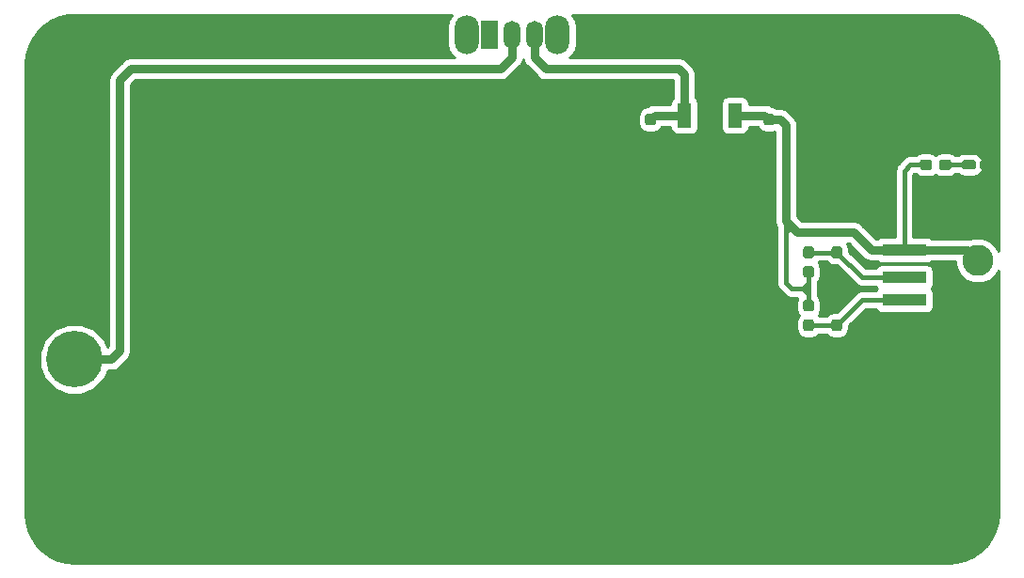
<source format=gbr>
G04 #@! TF.GenerationSoftware,KiCad,Pcbnew,(5.0.2)-1*
G04 #@! TF.CreationDate,2019-07-27T15:32:46-05:00*
G04 #@! TF.ProjectId,BusinessCards,42757369-6e65-4737-9343-617264732e6b,rev?*
G04 #@! TF.SameCoordinates,Original*
G04 #@! TF.FileFunction,Copper,L2,Bot*
G04 #@! TF.FilePolarity,Positive*
%FSLAX46Y46*%
G04 Gerber Fmt 4.6, Leading zero omitted, Abs format (unit mm)*
G04 Created by KiCad (PCBNEW (5.0.2)-1) date 7/27/2019 3:32:46 PM*
%MOMM*%
%LPD*%
G01*
G04 APERTURE LIST*
G04 #@! TA.AperFunction,ComponentPad*
%ADD10C,2.800000*%
G04 #@! TD*
G04 #@! TA.AperFunction,ComponentPad*
%ADD11C,5.080000*%
G04 #@! TD*
G04 #@! TA.AperFunction,Conductor*
%ADD12C,0.100000*%
G04 #@! TD*
G04 #@! TA.AperFunction,SMDPad,CuDef*
%ADD13C,0.950000*%
G04 #@! TD*
G04 #@! TA.AperFunction,SMDPad,CuDef*
%ADD14C,0.850000*%
G04 #@! TD*
G04 #@! TA.AperFunction,ComponentPad*
%ADD15C,4.000000*%
G04 #@! TD*
G04 #@! TA.AperFunction,SMDPad,CuDef*
%ADD16R,4.000000X1.120000*%
G04 #@! TD*
G04 #@! TA.AperFunction,ComponentPad*
%ADD17O,2.200000X3.500000*%
G04 #@! TD*
G04 #@! TA.AperFunction,ComponentPad*
%ADD18O,1.500000X2.500000*%
G04 #@! TD*
G04 #@! TA.AperFunction,ComponentPad*
%ADD19R,1.500000X2.500000*%
G04 #@! TD*
G04 #@! TA.AperFunction,SMDPad,CuDef*
%ADD20R,5.800000X6.400000*%
G04 #@! TD*
G04 #@! TA.AperFunction,SMDPad,CuDef*
%ADD21R,1.200000X2.200000*%
G04 #@! TD*
G04 #@! TA.AperFunction,ViaPad*
%ADD22C,0.800000*%
G04 #@! TD*
G04 #@! TA.AperFunction,Conductor*
%ADD23C,0.762000*%
G04 #@! TD*
G04 #@! TA.AperFunction,Conductor*
%ADD24C,0.381000*%
G04 #@! TD*
G04 #@! TA.AperFunction,Conductor*
%ADD25C,0.254000*%
G04 #@! TD*
G04 APERTURE END LIST*
D10*
G04 #@! TO.P,REF\002A\002A,1*
G04 #@! TO.N,GND*
X187960000Y-78740000D03*
G04 #@! TD*
D11*
G04 #@! TO.P,BT1,1*
G04 #@! TO.N,+9V*
X106680000Y-82550000D03*
G04 #@! TO.P,BT1,2*
G04 #@! TO.N,GND*
X106680000Y-69850000D03*
G04 #@! TD*
D12*
G04 #@! TO.N,GND*
G04 #@! TO.C,C1*
G36*
X158756779Y-62186144D02*
X158779834Y-62189563D01*
X158802443Y-62195227D01*
X158824387Y-62203079D01*
X158845457Y-62213044D01*
X158865448Y-62225026D01*
X158884168Y-62238910D01*
X158901438Y-62254562D01*
X158917090Y-62271832D01*
X158930974Y-62290552D01*
X158942956Y-62310543D01*
X158952921Y-62331613D01*
X158960773Y-62353557D01*
X158966437Y-62376166D01*
X158969856Y-62399221D01*
X158971000Y-62422500D01*
X158971000Y-62997500D01*
X158969856Y-63020779D01*
X158966437Y-63043834D01*
X158960773Y-63066443D01*
X158952921Y-63088387D01*
X158942956Y-63109457D01*
X158930974Y-63129448D01*
X158917090Y-63148168D01*
X158901438Y-63165438D01*
X158884168Y-63181090D01*
X158865448Y-63194974D01*
X158845457Y-63206956D01*
X158824387Y-63216921D01*
X158802443Y-63224773D01*
X158779834Y-63230437D01*
X158756779Y-63233856D01*
X158733500Y-63235000D01*
X158258500Y-63235000D01*
X158235221Y-63233856D01*
X158212166Y-63230437D01*
X158189557Y-63224773D01*
X158167613Y-63216921D01*
X158146543Y-63206956D01*
X158126552Y-63194974D01*
X158107832Y-63181090D01*
X158090562Y-63165438D01*
X158074910Y-63148168D01*
X158061026Y-63129448D01*
X158049044Y-63109457D01*
X158039079Y-63088387D01*
X158031227Y-63066443D01*
X158025563Y-63043834D01*
X158022144Y-63020779D01*
X158021000Y-62997500D01*
X158021000Y-62422500D01*
X158022144Y-62399221D01*
X158025563Y-62376166D01*
X158031227Y-62353557D01*
X158039079Y-62331613D01*
X158049044Y-62310543D01*
X158061026Y-62290552D01*
X158074910Y-62271832D01*
X158090562Y-62254562D01*
X158107832Y-62238910D01*
X158126552Y-62225026D01*
X158146543Y-62213044D01*
X158167613Y-62203079D01*
X158189557Y-62195227D01*
X158212166Y-62189563D01*
X158235221Y-62186144D01*
X158258500Y-62185000D01*
X158733500Y-62185000D01*
X158756779Y-62186144D01*
X158756779Y-62186144D01*
G37*
D13*
G04 #@! TD*
G04 #@! TO.P,C1,2*
G04 #@! TO.N,GND*
X158496000Y-62710000D03*
D12*
G04 #@! TO.N,Net-(C1-Pad1)*
G04 #@! TO.C,C1*
G36*
X158756779Y-60436144D02*
X158779834Y-60439563D01*
X158802443Y-60445227D01*
X158824387Y-60453079D01*
X158845457Y-60463044D01*
X158865448Y-60475026D01*
X158884168Y-60488910D01*
X158901438Y-60504562D01*
X158917090Y-60521832D01*
X158930974Y-60540552D01*
X158942956Y-60560543D01*
X158952921Y-60581613D01*
X158960773Y-60603557D01*
X158966437Y-60626166D01*
X158969856Y-60649221D01*
X158971000Y-60672500D01*
X158971000Y-61247500D01*
X158969856Y-61270779D01*
X158966437Y-61293834D01*
X158960773Y-61316443D01*
X158952921Y-61338387D01*
X158942956Y-61359457D01*
X158930974Y-61379448D01*
X158917090Y-61398168D01*
X158901438Y-61415438D01*
X158884168Y-61431090D01*
X158865448Y-61444974D01*
X158845457Y-61456956D01*
X158824387Y-61466921D01*
X158802443Y-61474773D01*
X158779834Y-61480437D01*
X158756779Y-61483856D01*
X158733500Y-61485000D01*
X158258500Y-61485000D01*
X158235221Y-61483856D01*
X158212166Y-61480437D01*
X158189557Y-61474773D01*
X158167613Y-61466921D01*
X158146543Y-61456956D01*
X158126552Y-61444974D01*
X158107832Y-61431090D01*
X158090562Y-61415438D01*
X158074910Y-61398168D01*
X158061026Y-61379448D01*
X158049044Y-61359457D01*
X158039079Y-61338387D01*
X158031227Y-61316443D01*
X158025563Y-61293834D01*
X158022144Y-61270779D01*
X158021000Y-61247500D01*
X158021000Y-60672500D01*
X158022144Y-60649221D01*
X158025563Y-60626166D01*
X158031227Y-60603557D01*
X158039079Y-60581613D01*
X158049044Y-60560543D01*
X158061026Y-60540552D01*
X158074910Y-60521832D01*
X158090562Y-60504562D01*
X158107832Y-60488910D01*
X158126552Y-60475026D01*
X158146543Y-60463044D01*
X158167613Y-60453079D01*
X158189557Y-60445227D01*
X158212166Y-60439563D01*
X158235221Y-60436144D01*
X158258500Y-60435000D01*
X158733500Y-60435000D01*
X158756779Y-60436144D01*
X158756779Y-60436144D01*
G37*
D13*
G04 #@! TD*
G04 #@! TO.P,C1,1*
G04 #@! TO.N,Net-(C1-Pad1)*
X158496000Y-60960000D03*
D12*
G04 #@! TO.N,+5V*
G04 #@! TO.C,C2*
G36*
X169424779Y-60436144D02*
X169447834Y-60439563D01*
X169470443Y-60445227D01*
X169492387Y-60453079D01*
X169513457Y-60463044D01*
X169533448Y-60475026D01*
X169552168Y-60488910D01*
X169569438Y-60504562D01*
X169585090Y-60521832D01*
X169598974Y-60540552D01*
X169610956Y-60560543D01*
X169620921Y-60581613D01*
X169628773Y-60603557D01*
X169634437Y-60626166D01*
X169637856Y-60649221D01*
X169639000Y-60672500D01*
X169639000Y-61247500D01*
X169637856Y-61270779D01*
X169634437Y-61293834D01*
X169628773Y-61316443D01*
X169620921Y-61338387D01*
X169610956Y-61359457D01*
X169598974Y-61379448D01*
X169585090Y-61398168D01*
X169569438Y-61415438D01*
X169552168Y-61431090D01*
X169533448Y-61444974D01*
X169513457Y-61456956D01*
X169492387Y-61466921D01*
X169470443Y-61474773D01*
X169447834Y-61480437D01*
X169424779Y-61483856D01*
X169401500Y-61485000D01*
X168926500Y-61485000D01*
X168903221Y-61483856D01*
X168880166Y-61480437D01*
X168857557Y-61474773D01*
X168835613Y-61466921D01*
X168814543Y-61456956D01*
X168794552Y-61444974D01*
X168775832Y-61431090D01*
X168758562Y-61415438D01*
X168742910Y-61398168D01*
X168729026Y-61379448D01*
X168717044Y-61359457D01*
X168707079Y-61338387D01*
X168699227Y-61316443D01*
X168693563Y-61293834D01*
X168690144Y-61270779D01*
X168689000Y-61247500D01*
X168689000Y-60672500D01*
X168690144Y-60649221D01*
X168693563Y-60626166D01*
X168699227Y-60603557D01*
X168707079Y-60581613D01*
X168717044Y-60560543D01*
X168729026Y-60540552D01*
X168742910Y-60521832D01*
X168758562Y-60504562D01*
X168775832Y-60488910D01*
X168794552Y-60475026D01*
X168814543Y-60463044D01*
X168835613Y-60453079D01*
X168857557Y-60445227D01*
X168880166Y-60439563D01*
X168903221Y-60436144D01*
X168926500Y-60435000D01*
X169401500Y-60435000D01*
X169424779Y-60436144D01*
X169424779Y-60436144D01*
G37*
D13*
G04 #@! TD*
G04 #@! TO.P,C2,1*
G04 #@! TO.N,+5V*
X169164000Y-60960000D03*
D12*
G04 #@! TO.N,GND*
G04 #@! TO.C,C2*
G36*
X169424779Y-62186144D02*
X169447834Y-62189563D01*
X169470443Y-62195227D01*
X169492387Y-62203079D01*
X169513457Y-62213044D01*
X169533448Y-62225026D01*
X169552168Y-62238910D01*
X169569438Y-62254562D01*
X169585090Y-62271832D01*
X169598974Y-62290552D01*
X169610956Y-62310543D01*
X169620921Y-62331613D01*
X169628773Y-62353557D01*
X169634437Y-62376166D01*
X169637856Y-62399221D01*
X169639000Y-62422500D01*
X169639000Y-62997500D01*
X169637856Y-63020779D01*
X169634437Y-63043834D01*
X169628773Y-63066443D01*
X169620921Y-63088387D01*
X169610956Y-63109457D01*
X169598974Y-63129448D01*
X169585090Y-63148168D01*
X169569438Y-63165438D01*
X169552168Y-63181090D01*
X169533448Y-63194974D01*
X169513457Y-63206956D01*
X169492387Y-63216921D01*
X169470443Y-63224773D01*
X169447834Y-63230437D01*
X169424779Y-63233856D01*
X169401500Y-63235000D01*
X168926500Y-63235000D01*
X168903221Y-63233856D01*
X168880166Y-63230437D01*
X168857557Y-63224773D01*
X168835613Y-63216921D01*
X168814543Y-63206956D01*
X168794552Y-63194974D01*
X168775832Y-63181090D01*
X168758562Y-63165438D01*
X168742910Y-63148168D01*
X168729026Y-63129448D01*
X168717044Y-63109457D01*
X168707079Y-63088387D01*
X168699227Y-63066443D01*
X168693563Y-63043834D01*
X168690144Y-63020779D01*
X168689000Y-62997500D01*
X168689000Y-62422500D01*
X168690144Y-62399221D01*
X168693563Y-62376166D01*
X168699227Y-62353557D01*
X168707079Y-62331613D01*
X168717044Y-62310543D01*
X168729026Y-62290552D01*
X168742910Y-62271832D01*
X168758562Y-62254562D01*
X168775832Y-62238910D01*
X168794552Y-62225026D01*
X168814543Y-62213044D01*
X168835613Y-62203079D01*
X168857557Y-62195227D01*
X168880166Y-62189563D01*
X168903221Y-62186144D01*
X168926500Y-62185000D01*
X169401500Y-62185000D01*
X169424779Y-62186144D01*
X169424779Y-62186144D01*
G37*
D13*
G04 #@! TD*
G04 #@! TO.P,C2,2*
G04 #@! TO.N,GND*
X169164000Y-62710000D03*
D12*
G04 #@! TO.N,Net-(D1-Pad2)*
G04 #@! TO.C,D1*
G36*
X187568329Y-64600023D02*
X187588957Y-64603083D01*
X187609185Y-64608150D01*
X187628820Y-64615176D01*
X187647672Y-64624092D01*
X187665559Y-64634813D01*
X187682309Y-64647235D01*
X187697760Y-64661240D01*
X187711765Y-64676691D01*
X187724187Y-64693441D01*
X187734908Y-64711328D01*
X187743824Y-64730180D01*
X187750850Y-64749815D01*
X187755917Y-64770043D01*
X187758977Y-64790671D01*
X187760000Y-64811500D01*
X187760000Y-65236500D01*
X187758977Y-65257329D01*
X187755917Y-65277957D01*
X187750850Y-65298185D01*
X187743824Y-65317820D01*
X187734908Y-65336672D01*
X187724187Y-65354559D01*
X187711765Y-65371309D01*
X187697760Y-65386760D01*
X187682309Y-65400765D01*
X187665559Y-65413187D01*
X187647672Y-65423908D01*
X187628820Y-65432824D01*
X187609185Y-65439850D01*
X187588957Y-65444917D01*
X187568329Y-65447977D01*
X187547500Y-65449000D01*
X186747500Y-65449000D01*
X186726671Y-65447977D01*
X186706043Y-65444917D01*
X186685815Y-65439850D01*
X186666180Y-65432824D01*
X186647328Y-65423908D01*
X186629441Y-65413187D01*
X186612691Y-65400765D01*
X186597240Y-65386760D01*
X186583235Y-65371309D01*
X186570813Y-65354559D01*
X186560092Y-65336672D01*
X186551176Y-65317820D01*
X186544150Y-65298185D01*
X186539083Y-65277957D01*
X186536023Y-65257329D01*
X186535000Y-65236500D01*
X186535000Y-64811500D01*
X186536023Y-64790671D01*
X186539083Y-64770043D01*
X186544150Y-64749815D01*
X186551176Y-64730180D01*
X186560092Y-64711328D01*
X186570813Y-64693441D01*
X186583235Y-64676691D01*
X186597240Y-64661240D01*
X186612691Y-64647235D01*
X186629441Y-64634813D01*
X186647328Y-64624092D01*
X186666180Y-64615176D01*
X186685815Y-64608150D01*
X186706043Y-64603083D01*
X186726671Y-64600023D01*
X186747500Y-64599000D01*
X187547500Y-64599000D01*
X187568329Y-64600023D01*
X187568329Y-64600023D01*
G37*
D14*
G04 #@! TD*
G04 #@! TO.P,D1,2*
G04 #@! TO.N,Net-(D1-Pad2)*
X187147500Y-65024000D03*
D12*
G04 #@! TO.N,GND*
G04 #@! TO.C,D1*
G36*
X189193329Y-64600023D02*
X189213957Y-64603083D01*
X189234185Y-64608150D01*
X189253820Y-64615176D01*
X189272672Y-64624092D01*
X189290559Y-64634813D01*
X189307309Y-64647235D01*
X189322760Y-64661240D01*
X189336765Y-64676691D01*
X189349187Y-64693441D01*
X189359908Y-64711328D01*
X189368824Y-64730180D01*
X189375850Y-64749815D01*
X189380917Y-64770043D01*
X189383977Y-64790671D01*
X189385000Y-64811500D01*
X189385000Y-65236500D01*
X189383977Y-65257329D01*
X189380917Y-65277957D01*
X189375850Y-65298185D01*
X189368824Y-65317820D01*
X189359908Y-65336672D01*
X189349187Y-65354559D01*
X189336765Y-65371309D01*
X189322760Y-65386760D01*
X189307309Y-65400765D01*
X189290559Y-65413187D01*
X189272672Y-65423908D01*
X189253820Y-65432824D01*
X189234185Y-65439850D01*
X189213957Y-65444917D01*
X189193329Y-65447977D01*
X189172500Y-65449000D01*
X188372500Y-65449000D01*
X188351671Y-65447977D01*
X188331043Y-65444917D01*
X188310815Y-65439850D01*
X188291180Y-65432824D01*
X188272328Y-65423908D01*
X188254441Y-65413187D01*
X188237691Y-65400765D01*
X188222240Y-65386760D01*
X188208235Y-65371309D01*
X188195813Y-65354559D01*
X188185092Y-65336672D01*
X188176176Y-65317820D01*
X188169150Y-65298185D01*
X188164083Y-65277957D01*
X188161023Y-65257329D01*
X188160000Y-65236500D01*
X188160000Y-64811500D01*
X188161023Y-64790671D01*
X188164083Y-64770043D01*
X188169150Y-64749815D01*
X188176176Y-64730180D01*
X188185092Y-64711328D01*
X188195813Y-64693441D01*
X188208235Y-64676691D01*
X188222240Y-64661240D01*
X188237691Y-64647235D01*
X188254441Y-64634813D01*
X188272328Y-64624092D01*
X188291180Y-64615176D01*
X188310815Y-64608150D01*
X188331043Y-64603083D01*
X188351671Y-64600023D01*
X188372500Y-64599000D01*
X189172500Y-64599000D01*
X189193329Y-64600023D01*
X189193329Y-64600023D01*
G37*
D14*
G04 #@! TD*
G04 #@! TO.P,D1,1*
G04 #@! TO.N,GND*
X188772500Y-65024000D03*
D15*
G04 #@! TO.P,Conn1,5*
G04 #@! TO.N,GND*
X185420000Y-69630000D03*
X185420000Y-82770000D03*
D16*
G04 #@! TO.P,Conn1,3*
G04 #@! TO.N,Net-(Conn1-Pad3)*
X181332000Y-77200000D03*
G04 #@! TO.P,Conn1,2*
G04 #@! TO.N,Net-(Conn1-Pad2)*
X181332000Y-75184000D03*
G04 #@! TO.P,Conn1,1*
G04 #@! TO.N,+5V*
X181332000Y-72700000D03*
G04 #@! TO.P,Conn1,4*
G04 #@! TO.N,GND*
X181332000Y-79700000D03*
G04 #@! TD*
D12*
G04 #@! TO.N,Net-(D1-Pad2)*
G04 #@! TO.C,R1*
G36*
X185335779Y-64550144D02*
X185358834Y-64553563D01*
X185381443Y-64559227D01*
X185403387Y-64567079D01*
X185424457Y-64577044D01*
X185444448Y-64589026D01*
X185463168Y-64602910D01*
X185480438Y-64618562D01*
X185496090Y-64635832D01*
X185509974Y-64654552D01*
X185521956Y-64674543D01*
X185531921Y-64695613D01*
X185539773Y-64717557D01*
X185545437Y-64740166D01*
X185548856Y-64763221D01*
X185550000Y-64786500D01*
X185550000Y-65261500D01*
X185548856Y-65284779D01*
X185545437Y-65307834D01*
X185539773Y-65330443D01*
X185531921Y-65352387D01*
X185521956Y-65373457D01*
X185509974Y-65393448D01*
X185496090Y-65412168D01*
X185480438Y-65429438D01*
X185463168Y-65445090D01*
X185444448Y-65458974D01*
X185424457Y-65470956D01*
X185403387Y-65480921D01*
X185381443Y-65488773D01*
X185358834Y-65494437D01*
X185335779Y-65497856D01*
X185312500Y-65499000D01*
X184737500Y-65499000D01*
X184714221Y-65497856D01*
X184691166Y-65494437D01*
X184668557Y-65488773D01*
X184646613Y-65480921D01*
X184625543Y-65470956D01*
X184605552Y-65458974D01*
X184586832Y-65445090D01*
X184569562Y-65429438D01*
X184553910Y-65412168D01*
X184540026Y-65393448D01*
X184528044Y-65373457D01*
X184518079Y-65352387D01*
X184510227Y-65330443D01*
X184504563Y-65307834D01*
X184501144Y-65284779D01*
X184500000Y-65261500D01*
X184500000Y-64786500D01*
X184501144Y-64763221D01*
X184504563Y-64740166D01*
X184510227Y-64717557D01*
X184518079Y-64695613D01*
X184528044Y-64674543D01*
X184540026Y-64654552D01*
X184553910Y-64635832D01*
X184569562Y-64618562D01*
X184586832Y-64602910D01*
X184605552Y-64589026D01*
X184625543Y-64577044D01*
X184646613Y-64567079D01*
X184668557Y-64559227D01*
X184691166Y-64553563D01*
X184714221Y-64550144D01*
X184737500Y-64549000D01*
X185312500Y-64549000D01*
X185335779Y-64550144D01*
X185335779Y-64550144D01*
G37*
D13*
G04 #@! TD*
G04 #@! TO.P,R1,2*
G04 #@! TO.N,Net-(D1-Pad2)*
X185025000Y-65024000D03*
D12*
G04 #@! TO.N,+5V*
G04 #@! TO.C,R1*
G36*
X183585779Y-64550144D02*
X183608834Y-64553563D01*
X183631443Y-64559227D01*
X183653387Y-64567079D01*
X183674457Y-64577044D01*
X183694448Y-64589026D01*
X183713168Y-64602910D01*
X183730438Y-64618562D01*
X183746090Y-64635832D01*
X183759974Y-64654552D01*
X183771956Y-64674543D01*
X183781921Y-64695613D01*
X183789773Y-64717557D01*
X183795437Y-64740166D01*
X183798856Y-64763221D01*
X183800000Y-64786500D01*
X183800000Y-65261500D01*
X183798856Y-65284779D01*
X183795437Y-65307834D01*
X183789773Y-65330443D01*
X183781921Y-65352387D01*
X183771956Y-65373457D01*
X183759974Y-65393448D01*
X183746090Y-65412168D01*
X183730438Y-65429438D01*
X183713168Y-65445090D01*
X183694448Y-65458974D01*
X183674457Y-65470956D01*
X183653387Y-65480921D01*
X183631443Y-65488773D01*
X183608834Y-65494437D01*
X183585779Y-65497856D01*
X183562500Y-65499000D01*
X182987500Y-65499000D01*
X182964221Y-65497856D01*
X182941166Y-65494437D01*
X182918557Y-65488773D01*
X182896613Y-65480921D01*
X182875543Y-65470956D01*
X182855552Y-65458974D01*
X182836832Y-65445090D01*
X182819562Y-65429438D01*
X182803910Y-65412168D01*
X182790026Y-65393448D01*
X182778044Y-65373457D01*
X182768079Y-65352387D01*
X182760227Y-65330443D01*
X182754563Y-65307834D01*
X182751144Y-65284779D01*
X182750000Y-65261500D01*
X182750000Y-64786500D01*
X182751144Y-64763221D01*
X182754563Y-64740166D01*
X182760227Y-64717557D01*
X182768079Y-64695613D01*
X182778044Y-64674543D01*
X182790026Y-64654552D01*
X182803910Y-64635832D01*
X182819562Y-64618562D01*
X182836832Y-64602910D01*
X182855552Y-64589026D01*
X182875543Y-64577044D01*
X182896613Y-64567079D01*
X182918557Y-64559227D01*
X182941166Y-64553563D01*
X182964221Y-64550144D01*
X182987500Y-64549000D01*
X183562500Y-64549000D01*
X183585779Y-64550144D01*
X183585779Y-64550144D01*
G37*
D13*
G04 #@! TD*
G04 #@! TO.P,R1,1*
G04 #@! TO.N,+5V*
X183275000Y-65024000D03*
D12*
G04 #@! TO.N,+5V*
G04 #@! TO.C,R2*
G36*
X172980779Y-77200144D02*
X173003834Y-77203563D01*
X173026443Y-77209227D01*
X173048387Y-77217079D01*
X173069457Y-77227044D01*
X173089448Y-77239026D01*
X173108168Y-77252910D01*
X173125438Y-77268562D01*
X173141090Y-77285832D01*
X173154974Y-77304552D01*
X173166956Y-77324543D01*
X173176921Y-77345613D01*
X173184773Y-77367557D01*
X173190437Y-77390166D01*
X173193856Y-77413221D01*
X173195000Y-77436500D01*
X173195000Y-78011500D01*
X173193856Y-78034779D01*
X173190437Y-78057834D01*
X173184773Y-78080443D01*
X173176921Y-78102387D01*
X173166956Y-78123457D01*
X173154974Y-78143448D01*
X173141090Y-78162168D01*
X173125438Y-78179438D01*
X173108168Y-78195090D01*
X173089448Y-78208974D01*
X173069457Y-78220956D01*
X173048387Y-78230921D01*
X173026443Y-78238773D01*
X173003834Y-78244437D01*
X172980779Y-78247856D01*
X172957500Y-78249000D01*
X172482500Y-78249000D01*
X172459221Y-78247856D01*
X172436166Y-78244437D01*
X172413557Y-78238773D01*
X172391613Y-78230921D01*
X172370543Y-78220956D01*
X172350552Y-78208974D01*
X172331832Y-78195090D01*
X172314562Y-78179438D01*
X172298910Y-78162168D01*
X172285026Y-78143448D01*
X172273044Y-78123457D01*
X172263079Y-78102387D01*
X172255227Y-78080443D01*
X172249563Y-78057834D01*
X172246144Y-78034779D01*
X172245000Y-78011500D01*
X172245000Y-77436500D01*
X172246144Y-77413221D01*
X172249563Y-77390166D01*
X172255227Y-77367557D01*
X172263079Y-77345613D01*
X172273044Y-77324543D01*
X172285026Y-77304552D01*
X172298910Y-77285832D01*
X172314562Y-77268562D01*
X172331832Y-77252910D01*
X172350552Y-77239026D01*
X172370543Y-77227044D01*
X172391613Y-77217079D01*
X172413557Y-77209227D01*
X172436166Y-77203563D01*
X172459221Y-77200144D01*
X172482500Y-77199000D01*
X172957500Y-77199000D01*
X172980779Y-77200144D01*
X172980779Y-77200144D01*
G37*
D13*
G04 #@! TD*
G04 #@! TO.P,R2,1*
G04 #@! TO.N,+5V*
X172720000Y-77724000D03*
D12*
G04 #@! TO.N,Net-(Conn1-Pad3)*
G04 #@! TO.C,R2*
G36*
X172980779Y-78950144D02*
X173003834Y-78953563D01*
X173026443Y-78959227D01*
X173048387Y-78967079D01*
X173069457Y-78977044D01*
X173089448Y-78989026D01*
X173108168Y-79002910D01*
X173125438Y-79018562D01*
X173141090Y-79035832D01*
X173154974Y-79054552D01*
X173166956Y-79074543D01*
X173176921Y-79095613D01*
X173184773Y-79117557D01*
X173190437Y-79140166D01*
X173193856Y-79163221D01*
X173195000Y-79186500D01*
X173195000Y-79761500D01*
X173193856Y-79784779D01*
X173190437Y-79807834D01*
X173184773Y-79830443D01*
X173176921Y-79852387D01*
X173166956Y-79873457D01*
X173154974Y-79893448D01*
X173141090Y-79912168D01*
X173125438Y-79929438D01*
X173108168Y-79945090D01*
X173089448Y-79958974D01*
X173069457Y-79970956D01*
X173048387Y-79980921D01*
X173026443Y-79988773D01*
X173003834Y-79994437D01*
X172980779Y-79997856D01*
X172957500Y-79999000D01*
X172482500Y-79999000D01*
X172459221Y-79997856D01*
X172436166Y-79994437D01*
X172413557Y-79988773D01*
X172391613Y-79980921D01*
X172370543Y-79970956D01*
X172350552Y-79958974D01*
X172331832Y-79945090D01*
X172314562Y-79929438D01*
X172298910Y-79912168D01*
X172285026Y-79893448D01*
X172273044Y-79873457D01*
X172263079Y-79852387D01*
X172255227Y-79830443D01*
X172249563Y-79807834D01*
X172246144Y-79784779D01*
X172245000Y-79761500D01*
X172245000Y-79186500D01*
X172246144Y-79163221D01*
X172249563Y-79140166D01*
X172255227Y-79117557D01*
X172263079Y-79095613D01*
X172273044Y-79074543D01*
X172285026Y-79054552D01*
X172298910Y-79035832D01*
X172314562Y-79018562D01*
X172331832Y-79002910D01*
X172350552Y-78989026D01*
X172370543Y-78977044D01*
X172391613Y-78967079D01*
X172413557Y-78959227D01*
X172436166Y-78953563D01*
X172459221Y-78950144D01*
X172482500Y-78949000D01*
X172957500Y-78949000D01*
X172980779Y-78950144D01*
X172980779Y-78950144D01*
G37*
D13*
G04 #@! TD*
G04 #@! TO.P,R2,2*
G04 #@! TO.N,Net-(Conn1-Pad3)*
X172720000Y-79474000D03*
D12*
G04 #@! TO.N,GND*
G04 #@! TO.C,R3*
G36*
X175520779Y-77200144D02*
X175543834Y-77203563D01*
X175566443Y-77209227D01*
X175588387Y-77217079D01*
X175609457Y-77227044D01*
X175629448Y-77239026D01*
X175648168Y-77252910D01*
X175665438Y-77268562D01*
X175681090Y-77285832D01*
X175694974Y-77304552D01*
X175706956Y-77324543D01*
X175716921Y-77345613D01*
X175724773Y-77367557D01*
X175730437Y-77390166D01*
X175733856Y-77413221D01*
X175735000Y-77436500D01*
X175735000Y-78011500D01*
X175733856Y-78034779D01*
X175730437Y-78057834D01*
X175724773Y-78080443D01*
X175716921Y-78102387D01*
X175706956Y-78123457D01*
X175694974Y-78143448D01*
X175681090Y-78162168D01*
X175665438Y-78179438D01*
X175648168Y-78195090D01*
X175629448Y-78208974D01*
X175609457Y-78220956D01*
X175588387Y-78230921D01*
X175566443Y-78238773D01*
X175543834Y-78244437D01*
X175520779Y-78247856D01*
X175497500Y-78249000D01*
X175022500Y-78249000D01*
X174999221Y-78247856D01*
X174976166Y-78244437D01*
X174953557Y-78238773D01*
X174931613Y-78230921D01*
X174910543Y-78220956D01*
X174890552Y-78208974D01*
X174871832Y-78195090D01*
X174854562Y-78179438D01*
X174838910Y-78162168D01*
X174825026Y-78143448D01*
X174813044Y-78123457D01*
X174803079Y-78102387D01*
X174795227Y-78080443D01*
X174789563Y-78057834D01*
X174786144Y-78034779D01*
X174785000Y-78011500D01*
X174785000Y-77436500D01*
X174786144Y-77413221D01*
X174789563Y-77390166D01*
X174795227Y-77367557D01*
X174803079Y-77345613D01*
X174813044Y-77324543D01*
X174825026Y-77304552D01*
X174838910Y-77285832D01*
X174854562Y-77268562D01*
X174871832Y-77252910D01*
X174890552Y-77239026D01*
X174910543Y-77227044D01*
X174931613Y-77217079D01*
X174953557Y-77209227D01*
X174976166Y-77203563D01*
X174999221Y-77200144D01*
X175022500Y-77199000D01*
X175497500Y-77199000D01*
X175520779Y-77200144D01*
X175520779Y-77200144D01*
G37*
D13*
G04 #@! TD*
G04 #@! TO.P,R3,2*
G04 #@! TO.N,GND*
X175260000Y-77724000D03*
D12*
G04 #@! TO.N,Net-(Conn1-Pad3)*
G04 #@! TO.C,R3*
G36*
X175520779Y-78950144D02*
X175543834Y-78953563D01*
X175566443Y-78959227D01*
X175588387Y-78967079D01*
X175609457Y-78977044D01*
X175629448Y-78989026D01*
X175648168Y-79002910D01*
X175665438Y-79018562D01*
X175681090Y-79035832D01*
X175694974Y-79054552D01*
X175706956Y-79074543D01*
X175716921Y-79095613D01*
X175724773Y-79117557D01*
X175730437Y-79140166D01*
X175733856Y-79163221D01*
X175735000Y-79186500D01*
X175735000Y-79761500D01*
X175733856Y-79784779D01*
X175730437Y-79807834D01*
X175724773Y-79830443D01*
X175716921Y-79852387D01*
X175706956Y-79873457D01*
X175694974Y-79893448D01*
X175681090Y-79912168D01*
X175665438Y-79929438D01*
X175648168Y-79945090D01*
X175629448Y-79958974D01*
X175609457Y-79970956D01*
X175588387Y-79980921D01*
X175566443Y-79988773D01*
X175543834Y-79994437D01*
X175520779Y-79997856D01*
X175497500Y-79999000D01*
X175022500Y-79999000D01*
X174999221Y-79997856D01*
X174976166Y-79994437D01*
X174953557Y-79988773D01*
X174931613Y-79980921D01*
X174910543Y-79970956D01*
X174890552Y-79958974D01*
X174871832Y-79945090D01*
X174854562Y-79929438D01*
X174838910Y-79912168D01*
X174825026Y-79893448D01*
X174813044Y-79873457D01*
X174803079Y-79852387D01*
X174795227Y-79830443D01*
X174789563Y-79807834D01*
X174786144Y-79784779D01*
X174785000Y-79761500D01*
X174785000Y-79186500D01*
X174786144Y-79163221D01*
X174789563Y-79140166D01*
X174795227Y-79117557D01*
X174803079Y-79095613D01*
X174813044Y-79074543D01*
X174825026Y-79054552D01*
X174838910Y-79035832D01*
X174854562Y-79018562D01*
X174871832Y-79002910D01*
X174890552Y-78989026D01*
X174910543Y-78977044D01*
X174931613Y-78967079D01*
X174953557Y-78959227D01*
X174976166Y-78953563D01*
X174999221Y-78950144D01*
X175022500Y-78949000D01*
X175497500Y-78949000D01*
X175520779Y-78950144D01*
X175520779Y-78950144D01*
G37*
D13*
G04 #@! TD*
G04 #@! TO.P,R3,1*
G04 #@! TO.N,Net-(Conn1-Pad3)*
X175260000Y-79474000D03*
D12*
G04 #@! TO.N,+5V*
G04 #@! TO.C,R4*
G36*
X172980779Y-74152144D02*
X173003834Y-74155563D01*
X173026443Y-74161227D01*
X173048387Y-74169079D01*
X173069457Y-74179044D01*
X173089448Y-74191026D01*
X173108168Y-74204910D01*
X173125438Y-74220562D01*
X173141090Y-74237832D01*
X173154974Y-74256552D01*
X173166956Y-74276543D01*
X173176921Y-74297613D01*
X173184773Y-74319557D01*
X173190437Y-74342166D01*
X173193856Y-74365221D01*
X173195000Y-74388500D01*
X173195000Y-74963500D01*
X173193856Y-74986779D01*
X173190437Y-75009834D01*
X173184773Y-75032443D01*
X173176921Y-75054387D01*
X173166956Y-75075457D01*
X173154974Y-75095448D01*
X173141090Y-75114168D01*
X173125438Y-75131438D01*
X173108168Y-75147090D01*
X173089448Y-75160974D01*
X173069457Y-75172956D01*
X173048387Y-75182921D01*
X173026443Y-75190773D01*
X173003834Y-75196437D01*
X172980779Y-75199856D01*
X172957500Y-75201000D01*
X172482500Y-75201000D01*
X172459221Y-75199856D01*
X172436166Y-75196437D01*
X172413557Y-75190773D01*
X172391613Y-75182921D01*
X172370543Y-75172956D01*
X172350552Y-75160974D01*
X172331832Y-75147090D01*
X172314562Y-75131438D01*
X172298910Y-75114168D01*
X172285026Y-75095448D01*
X172273044Y-75075457D01*
X172263079Y-75054387D01*
X172255227Y-75032443D01*
X172249563Y-75009834D01*
X172246144Y-74986779D01*
X172245000Y-74963500D01*
X172245000Y-74388500D01*
X172246144Y-74365221D01*
X172249563Y-74342166D01*
X172255227Y-74319557D01*
X172263079Y-74297613D01*
X172273044Y-74276543D01*
X172285026Y-74256552D01*
X172298910Y-74237832D01*
X172314562Y-74220562D01*
X172331832Y-74204910D01*
X172350552Y-74191026D01*
X172370543Y-74179044D01*
X172391613Y-74169079D01*
X172413557Y-74161227D01*
X172436166Y-74155563D01*
X172459221Y-74152144D01*
X172482500Y-74151000D01*
X172957500Y-74151000D01*
X172980779Y-74152144D01*
X172980779Y-74152144D01*
G37*
D13*
G04 #@! TD*
G04 #@! TO.P,R4,1*
G04 #@! TO.N,+5V*
X172720000Y-74676000D03*
D12*
G04 #@! TO.N,Net-(Conn1-Pad2)*
G04 #@! TO.C,R4*
G36*
X172980779Y-72402144D02*
X173003834Y-72405563D01*
X173026443Y-72411227D01*
X173048387Y-72419079D01*
X173069457Y-72429044D01*
X173089448Y-72441026D01*
X173108168Y-72454910D01*
X173125438Y-72470562D01*
X173141090Y-72487832D01*
X173154974Y-72506552D01*
X173166956Y-72526543D01*
X173176921Y-72547613D01*
X173184773Y-72569557D01*
X173190437Y-72592166D01*
X173193856Y-72615221D01*
X173195000Y-72638500D01*
X173195000Y-73213500D01*
X173193856Y-73236779D01*
X173190437Y-73259834D01*
X173184773Y-73282443D01*
X173176921Y-73304387D01*
X173166956Y-73325457D01*
X173154974Y-73345448D01*
X173141090Y-73364168D01*
X173125438Y-73381438D01*
X173108168Y-73397090D01*
X173089448Y-73410974D01*
X173069457Y-73422956D01*
X173048387Y-73432921D01*
X173026443Y-73440773D01*
X173003834Y-73446437D01*
X172980779Y-73449856D01*
X172957500Y-73451000D01*
X172482500Y-73451000D01*
X172459221Y-73449856D01*
X172436166Y-73446437D01*
X172413557Y-73440773D01*
X172391613Y-73432921D01*
X172370543Y-73422956D01*
X172350552Y-73410974D01*
X172331832Y-73397090D01*
X172314562Y-73381438D01*
X172298910Y-73364168D01*
X172285026Y-73345448D01*
X172273044Y-73325457D01*
X172263079Y-73304387D01*
X172255227Y-73282443D01*
X172249563Y-73259834D01*
X172246144Y-73236779D01*
X172245000Y-73213500D01*
X172245000Y-72638500D01*
X172246144Y-72615221D01*
X172249563Y-72592166D01*
X172255227Y-72569557D01*
X172263079Y-72547613D01*
X172273044Y-72526543D01*
X172285026Y-72506552D01*
X172298910Y-72487832D01*
X172314562Y-72470562D01*
X172331832Y-72454910D01*
X172350552Y-72441026D01*
X172370543Y-72429044D01*
X172391613Y-72419079D01*
X172413557Y-72411227D01*
X172436166Y-72405563D01*
X172459221Y-72402144D01*
X172482500Y-72401000D01*
X172957500Y-72401000D01*
X172980779Y-72402144D01*
X172980779Y-72402144D01*
G37*
D13*
G04 #@! TD*
G04 #@! TO.P,R4,2*
G04 #@! TO.N,Net-(Conn1-Pad2)*
X172720000Y-72926000D03*
D12*
G04 #@! TO.N,GND*
G04 #@! TO.C,R5*
G36*
X175520779Y-74152144D02*
X175543834Y-74155563D01*
X175566443Y-74161227D01*
X175588387Y-74169079D01*
X175609457Y-74179044D01*
X175629448Y-74191026D01*
X175648168Y-74204910D01*
X175665438Y-74220562D01*
X175681090Y-74237832D01*
X175694974Y-74256552D01*
X175706956Y-74276543D01*
X175716921Y-74297613D01*
X175724773Y-74319557D01*
X175730437Y-74342166D01*
X175733856Y-74365221D01*
X175735000Y-74388500D01*
X175735000Y-74963500D01*
X175733856Y-74986779D01*
X175730437Y-75009834D01*
X175724773Y-75032443D01*
X175716921Y-75054387D01*
X175706956Y-75075457D01*
X175694974Y-75095448D01*
X175681090Y-75114168D01*
X175665438Y-75131438D01*
X175648168Y-75147090D01*
X175629448Y-75160974D01*
X175609457Y-75172956D01*
X175588387Y-75182921D01*
X175566443Y-75190773D01*
X175543834Y-75196437D01*
X175520779Y-75199856D01*
X175497500Y-75201000D01*
X175022500Y-75201000D01*
X174999221Y-75199856D01*
X174976166Y-75196437D01*
X174953557Y-75190773D01*
X174931613Y-75182921D01*
X174910543Y-75172956D01*
X174890552Y-75160974D01*
X174871832Y-75147090D01*
X174854562Y-75131438D01*
X174838910Y-75114168D01*
X174825026Y-75095448D01*
X174813044Y-75075457D01*
X174803079Y-75054387D01*
X174795227Y-75032443D01*
X174789563Y-75009834D01*
X174786144Y-74986779D01*
X174785000Y-74963500D01*
X174785000Y-74388500D01*
X174786144Y-74365221D01*
X174789563Y-74342166D01*
X174795227Y-74319557D01*
X174803079Y-74297613D01*
X174813044Y-74276543D01*
X174825026Y-74256552D01*
X174838910Y-74237832D01*
X174854562Y-74220562D01*
X174871832Y-74204910D01*
X174890552Y-74191026D01*
X174910543Y-74179044D01*
X174931613Y-74169079D01*
X174953557Y-74161227D01*
X174976166Y-74155563D01*
X174999221Y-74152144D01*
X175022500Y-74151000D01*
X175497500Y-74151000D01*
X175520779Y-74152144D01*
X175520779Y-74152144D01*
G37*
D13*
G04 #@! TD*
G04 #@! TO.P,R5,2*
G04 #@! TO.N,GND*
X175260000Y-74676000D03*
D12*
G04 #@! TO.N,Net-(Conn1-Pad2)*
G04 #@! TO.C,R5*
G36*
X175520779Y-72402144D02*
X175543834Y-72405563D01*
X175566443Y-72411227D01*
X175588387Y-72419079D01*
X175609457Y-72429044D01*
X175629448Y-72441026D01*
X175648168Y-72454910D01*
X175665438Y-72470562D01*
X175681090Y-72487832D01*
X175694974Y-72506552D01*
X175706956Y-72526543D01*
X175716921Y-72547613D01*
X175724773Y-72569557D01*
X175730437Y-72592166D01*
X175733856Y-72615221D01*
X175735000Y-72638500D01*
X175735000Y-73213500D01*
X175733856Y-73236779D01*
X175730437Y-73259834D01*
X175724773Y-73282443D01*
X175716921Y-73304387D01*
X175706956Y-73325457D01*
X175694974Y-73345448D01*
X175681090Y-73364168D01*
X175665438Y-73381438D01*
X175648168Y-73397090D01*
X175629448Y-73410974D01*
X175609457Y-73422956D01*
X175588387Y-73432921D01*
X175566443Y-73440773D01*
X175543834Y-73446437D01*
X175520779Y-73449856D01*
X175497500Y-73451000D01*
X175022500Y-73451000D01*
X174999221Y-73449856D01*
X174976166Y-73446437D01*
X174953557Y-73440773D01*
X174931613Y-73432921D01*
X174910543Y-73422956D01*
X174890552Y-73410974D01*
X174871832Y-73397090D01*
X174854562Y-73381438D01*
X174838910Y-73364168D01*
X174825026Y-73345448D01*
X174813044Y-73325457D01*
X174803079Y-73304387D01*
X174795227Y-73282443D01*
X174789563Y-73259834D01*
X174786144Y-73236779D01*
X174785000Y-73213500D01*
X174785000Y-72638500D01*
X174786144Y-72615221D01*
X174789563Y-72592166D01*
X174795227Y-72569557D01*
X174803079Y-72547613D01*
X174813044Y-72526543D01*
X174825026Y-72506552D01*
X174838910Y-72487832D01*
X174854562Y-72470562D01*
X174871832Y-72454910D01*
X174890552Y-72441026D01*
X174910543Y-72429044D01*
X174931613Y-72419079D01*
X174953557Y-72411227D01*
X174976166Y-72405563D01*
X174999221Y-72402144D01*
X175022500Y-72401000D01*
X175497500Y-72401000D01*
X175520779Y-72402144D01*
X175520779Y-72402144D01*
G37*
D13*
G04 #@! TD*
G04 #@! TO.P,R5,1*
G04 #@! TO.N,Net-(Conn1-Pad2)*
X175260000Y-72926000D03*
D17*
G04 #@! TO.P,SW1,*
G04 #@! TO.N,*
X150150000Y-53340000D03*
X141950000Y-53340000D03*
D18*
G04 #@! TO.P,SW1,3*
G04 #@! TO.N,Net-(C1-Pad1)*
X148050000Y-53340000D03*
G04 #@! TO.P,SW1,2*
G04 #@! TO.N,+9V*
X146050000Y-53340000D03*
D19*
G04 #@! TO.P,SW1,1*
G04 #@! TO.N,Net-(SW1-Pad1)*
X144050000Y-53340000D03*
G04 #@! TD*
D20*
G04 #@! TO.P,U1,2*
G04 #@! TO.N,GND*
X163830000Y-66870000D03*
D21*
G04 #@! TO.P,U1,3*
G04 #@! TO.N,+5V*
X166110000Y-60570000D03*
G04 #@! TO.P,U1,1*
G04 #@! TO.N,Net-(C1-Pad1)*
X161550000Y-60570000D03*
G04 #@! TD*
D10*
G04 #@! TO.P,REF\002A\002A,1*
G04 #@! TO.N,+5V*
X187960000Y-73660000D03*
G04 #@! TD*
D22*
G04 #@! TO.N,GND*
X176784000Y-76200000D03*
G04 #@! TD*
D23*
G04 #@! TO.N,+9V*
X146050000Y-55352000D02*
X146050000Y-53340000D01*
X106680000Y-82550000D02*
X109982000Y-82550000D01*
X109982000Y-82550000D02*
X110744000Y-81788000D01*
X110744000Y-81788000D02*
X110744000Y-57404000D01*
X110744000Y-57404000D02*
X111760000Y-56388000D01*
X111760000Y-56388000D02*
X145014000Y-56388000D01*
X145014000Y-56388000D02*
X146050000Y-55352000D01*
G04 #@! TO.N,Net-(C1-Pad1)*
X161550000Y-56902000D02*
X161550000Y-60570000D01*
X161036000Y-56388000D02*
X161550000Y-56902000D01*
X149086000Y-56388000D02*
X161036000Y-56388000D01*
X148050000Y-53340000D02*
X148050000Y-55352000D01*
X148050000Y-55352000D02*
X149086000Y-56388000D01*
X158886000Y-60570000D02*
X158496000Y-60960000D01*
X161550000Y-60570000D02*
X158886000Y-60570000D01*
G04 #@! TO.N,+5V*
X187000000Y-72700000D02*
X187960000Y-73660000D01*
X181332000Y-72700000D02*
X187000000Y-72700000D01*
D24*
X171196000Y-76200000D02*
X170688000Y-75692000D01*
X170688000Y-75692000D02*
X170688000Y-72644000D01*
X172720000Y-75692000D02*
X172212000Y-76200000D01*
X172212000Y-76200000D02*
X171196000Y-76200000D01*
X172720000Y-76200000D02*
X172212000Y-76200000D01*
X172720000Y-75692000D02*
X172720000Y-76200000D01*
X172720000Y-74676000D02*
X172720000Y-75692000D01*
X172720000Y-76708000D02*
X172212000Y-76200000D01*
X172720000Y-76708000D02*
X172720000Y-77724000D01*
X172720000Y-76200000D02*
X172720000Y-76708000D01*
D23*
X181332000Y-72700000D02*
X178364000Y-72700000D01*
X178364000Y-72700000D02*
X176784000Y-71120000D01*
X176784000Y-71120000D02*
X171704000Y-71120000D01*
X170688000Y-70104000D02*
X170688000Y-69596000D01*
D24*
X170688000Y-71120000D02*
X171196000Y-70612000D01*
D23*
X171196000Y-70612000D02*
X170688000Y-70104000D01*
X171704000Y-71120000D02*
X171196000Y-70612000D01*
D24*
X170688000Y-71120000D02*
X170688000Y-69596000D01*
X170688000Y-72644000D02*
X170688000Y-71120000D01*
X181332000Y-72700000D02*
X181332000Y-65556000D01*
X181864000Y-65024000D02*
X183275000Y-65024000D01*
X181332000Y-65556000D02*
X181864000Y-65024000D01*
D23*
X168774000Y-60570000D02*
X169164000Y-60960000D01*
X166110000Y-60570000D02*
X168774000Y-60570000D01*
X170180000Y-60960000D02*
X169164000Y-60960000D01*
X170688000Y-69596000D02*
X170688000Y-61468000D01*
X170688000Y-61468000D02*
X170180000Y-60960000D01*
D24*
G04 #@! TO.N,Net-(D1-Pad2)*
X187147500Y-65024000D02*
X185025000Y-65024000D01*
G04 #@! TO.N,Net-(Conn1-Pad2)*
X177518000Y-75184000D02*
X175260000Y-72926000D01*
X181332000Y-75184000D02*
X177518000Y-75184000D01*
X175260000Y-72926000D02*
X172720000Y-72926000D01*
G04 #@! TO.N,Net-(Conn1-Pad3)*
X177534000Y-77200000D02*
X175260000Y-79474000D01*
X181332000Y-77200000D02*
X177534000Y-77200000D01*
X175260000Y-79474000D02*
X172720000Y-79474000D01*
G04 #@! TD*
D25*
G04 #@! TO.N,GND*
G36*
X140315666Y-52013038D02*
X140215000Y-52519121D01*
X140215000Y-54160880D01*
X140315667Y-54666963D01*
X140699136Y-55240865D01*
X140895393Y-55372000D01*
X111860063Y-55372000D01*
X111760000Y-55352096D01*
X111659936Y-55372000D01*
X111659935Y-55372000D01*
X111363577Y-55430949D01*
X111027505Y-55655505D01*
X110970822Y-55740337D01*
X110096337Y-56614823D01*
X110011506Y-56671505D01*
X109954823Y-56756337D01*
X109786950Y-57007577D01*
X109708096Y-57404000D01*
X109728001Y-57504068D01*
X109728000Y-81367159D01*
X109656332Y-81438827D01*
X109371635Y-80751507D01*
X108478493Y-79858365D01*
X107311547Y-79375000D01*
X106048453Y-79375000D01*
X104881507Y-79858365D01*
X103988365Y-80751507D01*
X103505000Y-81918453D01*
X103505000Y-83181547D01*
X103988365Y-84348493D01*
X104881507Y-85241635D01*
X106048453Y-85725000D01*
X107311547Y-85725000D01*
X108478493Y-85241635D01*
X109371635Y-84348493D01*
X109695754Y-83566000D01*
X109881937Y-83566000D01*
X109982000Y-83585904D01*
X110082063Y-83566000D01*
X110082065Y-83566000D01*
X110378423Y-83507051D01*
X110714495Y-83282495D01*
X110771179Y-83197661D01*
X111391663Y-82577177D01*
X111476495Y-82520495D01*
X111701051Y-82184423D01*
X111760000Y-81888065D01*
X111760000Y-81888064D01*
X111779904Y-81788000D01*
X111760000Y-81687936D01*
X111760000Y-57824840D01*
X112180841Y-57404000D01*
X144913937Y-57404000D01*
X145014000Y-57423904D01*
X145114063Y-57404000D01*
X145114065Y-57404000D01*
X145410423Y-57345051D01*
X145746495Y-57120495D01*
X145803179Y-57035661D01*
X146697663Y-56141177D01*
X146782495Y-56084495D01*
X146961306Y-55816885D01*
X147007050Y-55748425D01*
X147007050Y-55748424D01*
X147007051Y-55748423D01*
X147050000Y-55532502D01*
X147092950Y-55748423D01*
X147171577Y-55866096D01*
X147317506Y-56084495D01*
X147402337Y-56141177D01*
X148296822Y-57035663D01*
X148353505Y-57120495D01*
X148438336Y-57177177D01*
X148689575Y-57345050D01*
X148689576Y-57345050D01*
X148689577Y-57345051D01*
X148985935Y-57404000D01*
X149085999Y-57423904D01*
X149186063Y-57404000D01*
X160534000Y-57404000D01*
X160534001Y-58984255D01*
X160492191Y-59012191D01*
X160351843Y-59222235D01*
X160302560Y-59470000D01*
X160302560Y-59554000D01*
X158986063Y-59554000D01*
X158885999Y-59534096D01*
X158785936Y-59554000D01*
X158785935Y-59554000D01*
X158489577Y-59612949D01*
X158215432Y-59796127D01*
X157919848Y-59854922D01*
X157632753Y-60046753D01*
X157440922Y-60333848D01*
X157373560Y-60672500D01*
X157373560Y-61247500D01*
X157440922Y-61586152D01*
X157632753Y-61873247D01*
X157919848Y-62065078D01*
X158258500Y-62132440D01*
X158733500Y-62132440D01*
X159072152Y-62065078D01*
X159359247Y-61873247D01*
X159551078Y-61586152D01*
X159551108Y-61586000D01*
X160302560Y-61586000D01*
X160302560Y-61670000D01*
X160351843Y-61917765D01*
X160492191Y-62127809D01*
X160702235Y-62268157D01*
X160950000Y-62317440D01*
X162150000Y-62317440D01*
X162397765Y-62268157D01*
X162607809Y-62127809D01*
X162748157Y-61917765D01*
X162797440Y-61670000D01*
X162797440Y-59470000D01*
X162748157Y-59222235D01*
X162607809Y-59012191D01*
X162566000Y-58984255D01*
X162566000Y-57002064D01*
X162585904Y-56902000D01*
X162562517Y-56784424D01*
X162507051Y-56505577D01*
X162282495Y-56169505D01*
X162197661Y-56112821D01*
X161825180Y-55740340D01*
X161768495Y-55655505D01*
X161432423Y-55430949D01*
X161136065Y-55372000D01*
X161136063Y-55372000D01*
X161036000Y-55352096D01*
X160935937Y-55372000D01*
X151204608Y-55372000D01*
X151400865Y-55240865D01*
X151784334Y-54666963D01*
X151885000Y-54160880D01*
X151885000Y-52519120D01*
X151784334Y-52013037D01*
X151448215Y-51510000D01*
X185388382Y-51510000D01*
X186193358Y-51581842D01*
X186942277Y-51786723D01*
X187643072Y-52120986D01*
X188273605Y-52574069D01*
X188813934Y-53131645D01*
X189246989Y-53776099D01*
X189559073Y-54487044D01*
X189741640Y-55247493D01*
X189790000Y-55906031D01*
X189790000Y-72760300D01*
X189685190Y-72507265D01*
X189112735Y-71934810D01*
X188364787Y-71625000D01*
X187555213Y-71625000D01*
X187311324Y-71726022D01*
X187100065Y-71684000D01*
X187100063Y-71684000D01*
X187000000Y-71664096D01*
X186899937Y-71684000D01*
X183791018Y-71684000D01*
X183789809Y-71682191D01*
X183579765Y-71541843D01*
X183332000Y-71492560D01*
X182157500Y-71492560D01*
X182157500Y-65897932D01*
X182205933Y-65849500D01*
X182336531Y-65849500D01*
X182361753Y-65887247D01*
X182648848Y-66079078D01*
X182987500Y-66146440D01*
X183562500Y-66146440D01*
X183901152Y-66079078D01*
X184150000Y-65912803D01*
X184398848Y-66079078D01*
X184737500Y-66146440D01*
X185312500Y-66146440D01*
X185651152Y-66079078D01*
X185938247Y-65887247D01*
X185963469Y-65849500D01*
X186146811Y-65849500D01*
X186418415Y-66030981D01*
X186747500Y-66096440D01*
X187547500Y-66096440D01*
X187876585Y-66030981D01*
X188155569Y-65844569D01*
X188341981Y-65565585D01*
X188407440Y-65236500D01*
X188407440Y-64811500D01*
X188341981Y-64482415D01*
X188155569Y-64203431D01*
X187876585Y-64017019D01*
X187547500Y-63951560D01*
X186747500Y-63951560D01*
X186418415Y-64017019D01*
X186146811Y-64198500D01*
X185963469Y-64198500D01*
X185938247Y-64160753D01*
X185651152Y-63968922D01*
X185312500Y-63901560D01*
X184737500Y-63901560D01*
X184398848Y-63968922D01*
X184150000Y-64135197D01*
X183901152Y-63968922D01*
X183562500Y-63901560D01*
X182987500Y-63901560D01*
X182648848Y-63968922D01*
X182361753Y-64160753D01*
X182336531Y-64198500D01*
X181945303Y-64198500D01*
X181864000Y-64182328D01*
X181782697Y-64198500D01*
X181541906Y-64246396D01*
X181268848Y-64428848D01*
X181222793Y-64497775D01*
X180805774Y-64914793D01*
X180736849Y-64960848D01*
X180690794Y-65029774D01*
X180554397Y-65233906D01*
X180490328Y-65556000D01*
X180506501Y-65637306D01*
X180506500Y-71492560D01*
X179332000Y-71492560D01*
X179084235Y-71541843D01*
X178874191Y-71682191D01*
X178872982Y-71684000D01*
X178784841Y-71684000D01*
X177573180Y-70472339D01*
X177516495Y-70387505D01*
X177180423Y-70162949D01*
X176884065Y-70104000D01*
X176884063Y-70104000D01*
X176784000Y-70084096D01*
X176683937Y-70104000D01*
X172124840Y-70104000D01*
X171704000Y-69683160D01*
X171704000Y-61568063D01*
X171723904Y-61467999D01*
X171674109Y-61217663D01*
X171645051Y-61071577D01*
X171420495Y-60735505D01*
X171335660Y-60678820D01*
X170969180Y-60312340D01*
X170912495Y-60227505D01*
X170576423Y-60002949D01*
X170280065Y-59944000D01*
X170280063Y-59944000D01*
X170180000Y-59924096D01*
X170079937Y-59944000D01*
X169873466Y-59944000D01*
X169740152Y-59854922D01*
X169444568Y-59796127D01*
X169170423Y-59612949D01*
X168874065Y-59554000D01*
X168874063Y-59554000D01*
X168774000Y-59534096D01*
X168673937Y-59554000D01*
X167357440Y-59554000D01*
X167357440Y-59470000D01*
X167308157Y-59222235D01*
X167167809Y-59012191D01*
X166957765Y-58871843D01*
X166710000Y-58822560D01*
X165510000Y-58822560D01*
X165262235Y-58871843D01*
X165052191Y-59012191D01*
X164911843Y-59222235D01*
X164862560Y-59470000D01*
X164862560Y-61670000D01*
X164911843Y-61917765D01*
X165052191Y-62127809D01*
X165262235Y-62268157D01*
X165510000Y-62317440D01*
X166710000Y-62317440D01*
X166957765Y-62268157D01*
X167167809Y-62127809D01*
X167308157Y-61917765D01*
X167357440Y-61670000D01*
X167357440Y-61586000D01*
X168108892Y-61586000D01*
X168108922Y-61586152D01*
X168300753Y-61873247D01*
X168587848Y-62065078D01*
X168926500Y-62132440D01*
X169401500Y-62132440D01*
X169672001Y-62078634D01*
X169672000Y-69495935D01*
X169672000Y-70003937D01*
X169652096Y-70104000D01*
X169672000Y-70204063D01*
X169672000Y-70204064D01*
X169730949Y-70500422D01*
X169862500Y-70697303D01*
X169862500Y-71038697D01*
X169846328Y-71120000D01*
X169862500Y-71201301D01*
X169862500Y-71201302D01*
X169862501Y-71201307D01*
X169862500Y-72725302D01*
X169862501Y-72725307D01*
X169862500Y-75610697D01*
X169846328Y-75692000D01*
X169862500Y-75773301D01*
X169862500Y-75773302D01*
X169910396Y-76014093D01*
X170092848Y-76287152D01*
X170161776Y-76333209D01*
X170554793Y-76726225D01*
X170600848Y-76795152D01*
X170873906Y-76977604D01*
X171114697Y-77025500D01*
X171114701Y-77025500D01*
X171195999Y-77041671D01*
X171277297Y-77025500D01*
X171713263Y-77025500D01*
X171664922Y-77097848D01*
X171597560Y-77436500D01*
X171597560Y-78011500D01*
X171664922Y-78350152D01*
X171831197Y-78599000D01*
X171664922Y-78847848D01*
X171597560Y-79186500D01*
X171597560Y-79761500D01*
X171664922Y-80100152D01*
X171856753Y-80387247D01*
X172143848Y-80579078D01*
X172482500Y-80646440D01*
X172957500Y-80646440D01*
X173296152Y-80579078D01*
X173583247Y-80387247D01*
X173641878Y-80299500D01*
X174338122Y-80299500D01*
X174396753Y-80387247D01*
X174683848Y-80579078D01*
X175022500Y-80646440D01*
X175497500Y-80646440D01*
X175836152Y-80579078D01*
X176123247Y-80387247D01*
X176315078Y-80100152D01*
X176382440Y-79761500D01*
X176382440Y-79518992D01*
X177875933Y-78025500D01*
X178745693Y-78025500D01*
X178874191Y-78217809D01*
X179084235Y-78358157D01*
X179332000Y-78407440D01*
X183332000Y-78407440D01*
X183579765Y-78358157D01*
X183789809Y-78217809D01*
X183930157Y-78007765D01*
X183979440Y-77760000D01*
X183979440Y-76640000D01*
X183930157Y-76392235D01*
X183796363Y-76192000D01*
X183930157Y-75991765D01*
X183979440Y-75744000D01*
X183979440Y-74624000D01*
X183930157Y-74376235D01*
X183789809Y-74166191D01*
X183579765Y-74025843D01*
X183332000Y-73976560D01*
X179332000Y-73976560D01*
X179084235Y-74025843D01*
X178874191Y-74166191D01*
X178745693Y-74358500D01*
X177859933Y-74358500D01*
X176382440Y-72881008D01*
X176382440Y-72638500D01*
X176315078Y-72299848D01*
X176205598Y-72136000D01*
X176363160Y-72136000D01*
X177574822Y-73347663D01*
X177631505Y-73432495D01*
X177838676Y-73570922D01*
X177967575Y-73657050D01*
X177967576Y-73657050D01*
X177967577Y-73657051D01*
X178263935Y-73716000D01*
X178363999Y-73735904D01*
X178464063Y-73716000D01*
X178872982Y-73716000D01*
X178874191Y-73717809D01*
X179084235Y-73858157D01*
X179332000Y-73907440D01*
X183332000Y-73907440D01*
X183579765Y-73858157D01*
X183789809Y-73717809D01*
X183791018Y-73716000D01*
X185925000Y-73716000D01*
X185925000Y-74064787D01*
X186234810Y-74812735D01*
X186807265Y-75385190D01*
X187555213Y-75695000D01*
X188364787Y-75695000D01*
X189112735Y-75385190D01*
X189685190Y-74812735D01*
X189790000Y-74559700D01*
X189790001Y-96488371D01*
X189718158Y-97293359D01*
X189513277Y-98042277D01*
X189179013Y-98743075D01*
X188725931Y-99373605D01*
X188168354Y-99913935D01*
X187523901Y-100346989D01*
X186812956Y-100659073D01*
X186052506Y-100841640D01*
X185393968Y-100890000D01*
X106711618Y-100890000D01*
X105906641Y-100818158D01*
X105157723Y-100613277D01*
X104456925Y-100279013D01*
X103826395Y-99825931D01*
X103286065Y-99268354D01*
X102853011Y-98623901D01*
X102540927Y-97912956D01*
X102358360Y-97152506D01*
X102310000Y-96493968D01*
X102310000Y-55911618D01*
X102381842Y-55106642D01*
X102586723Y-54357723D01*
X102920986Y-53656928D01*
X103374069Y-53026395D01*
X103931645Y-52486066D01*
X104576099Y-52053011D01*
X105287044Y-51740927D01*
X106047493Y-51558360D01*
X106706031Y-51510000D01*
X140651785Y-51510000D01*
X140315666Y-52013038D01*
X140315666Y-52013038D01*
G37*
X140315666Y-52013038D02*
X140215000Y-52519121D01*
X140215000Y-54160880D01*
X140315667Y-54666963D01*
X140699136Y-55240865D01*
X140895393Y-55372000D01*
X111860063Y-55372000D01*
X111760000Y-55352096D01*
X111659936Y-55372000D01*
X111659935Y-55372000D01*
X111363577Y-55430949D01*
X111027505Y-55655505D01*
X110970822Y-55740337D01*
X110096337Y-56614823D01*
X110011506Y-56671505D01*
X109954823Y-56756337D01*
X109786950Y-57007577D01*
X109708096Y-57404000D01*
X109728001Y-57504068D01*
X109728000Y-81367159D01*
X109656332Y-81438827D01*
X109371635Y-80751507D01*
X108478493Y-79858365D01*
X107311547Y-79375000D01*
X106048453Y-79375000D01*
X104881507Y-79858365D01*
X103988365Y-80751507D01*
X103505000Y-81918453D01*
X103505000Y-83181547D01*
X103988365Y-84348493D01*
X104881507Y-85241635D01*
X106048453Y-85725000D01*
X107311547Y-85725000D01*
X108478493Y-85241635D01*
X109371635Y-84348493D01*
X109695754Y-83566000D01*
X109881937Y-83566000D01*
X109982000Y-83585904D01*
X110082063Y-83566000D01*
X110082065Y-83566000D01*
X110378423Y-83507051D01*
X110714495Y-83282495D01*
X110771179Y-83197661D01*
X111391663Y-82577177D01*
X111476495Y-82520495D01*
X111701051Y-82184423D01*
X111760000Y-81888065D01*
X111760000Y-81888064D01*
X111779904Y-81788000D01*
X111760000Y-81687936D01*
X111760000Y-57824840D01*
X112180841Y-57404000D01*
X144913937Y-57404000D01*
X145014000Y-57423904D01*
X145114063Y-57404000D01*
X145114065Y-57404000D01*
X145410423Y-57345051D01*
X145746495Y-57120495D01*
X145803179Y-57035661D01*
X146697663Y-56141177D01*
X146782495Y-56084495D01*
X146961306Y-55816885D01*
X147007050Y-55748425D01*
X147007050Y-55748424D01*
X147007051Y-55748423D01*
X147050000Y-55532502D01*
X147092950Y-55748423D01*
X147171577Y-55866096D01*
X147317506Y-56084495D01*
X147402337Y-56141177D01*
X148296822Y-57035663D01*
X148353505Y-57120495D01*
X148438336Y-57177177D01*
X148689575Y-57345050D01*
X148689576Y-57345050D01*
X148689577Y-57345051D01*
X148985935Y-57404000D01*
X149085999Y-57423904D01*
X149186063Y-57404000D01*
X160534000Y-57404000D01*
X160534001Y-58984255D01*
X160492191Y-59012191D01*
X160351843Y-59222235D01*
X160302560Y-59470000D01*
X160302560Y-59554000D01*
X158986063Y-59554000D01*
X158885999Y-59534096D01*
X158785936Y-59554000D01*
X158785935Y-59554000D01*
X158489577Y-59612949D01*
X158215432Y-59796127D01*
X157919848Y-59854922D01*
X157632753Y-60046753D01*
X157440922Y-60333848D01*
X157373560Y-60672500D01*
X157373560Y-61247500D01*
X157440922Y-61586152D01*
X157632753Y-61873247D01*
X157919848Y-62065078D01*
X158258500Y-62132440D01*
X158733500Y-62132440D01*
X159072152Y-62065078D01*
X159359247Y-61873247D01*
X159551078Y-61586152D01*
X159551108Y-61586000D01*
X160302560Y-61586000D01*
X160302560Y-61670000D01*
X160351843Y-61917765D01*
X160492191Y-62127809D01*
X160702235Y-62268157D01*
X160950000Y-62317440D01*
X162150000Y-62317440D01*
X162397765Y-62268157D01*
X162607809Y-62127809D01*
X162748157Y-61917765D01*
X162797440Y-61670000D01*
X162797440Y-59470000D01*
X162748157Y-59222235D01*
X162607809Y-59012191D01*
X162566000Y-58984255D01*
X162566000Y-57002064D01*
X162585904Y-56902000D01*
X162562517Y-56784424D01*
X162507051Y-56505577D01*
X162282495Y-56169505D01*
X162197661Y-56112821D01*
X161825180Y-55740340D01*
X161768495Y-55655505D01*
X161432423Y-55430949D01*
X161136065Y-55372000D01*
X161136063Y-55372000D01*
X161036000Y-55352096D01*
X160935937Y-55372000D01*
X151204608Y-55372000D01*
X151400865Y-55240865D01*
X151784334Y-54666963D01*
X151885000Y-54160880D01*
X151885000Y-52519120D01*
X151784334Y-52013037D01*
X151448215Y-51510000D01*
X185388382Y-51510000D01*
X186193358Y-51581842D01*
X186942277Y-51786723D01*
X187643072Y-52120986D01*
X188273605Y-52574069D01*
X188813934Y-53131645D01*
X189246989Y-53776099D01*
X189559073Y-54487044D01*
X189741640Y-55247493D01*
X189790000Y-55906031D01*
X189790000Y-72760300D01*
X189685190Y-72507265D01*
X189112735Y-71934810D01*
X188364787Y-71625000D01*
X187555213Y-71625000D01*
X187311324Y-71726022D01*
X187100065Y-71684000D01*
X187100063Y-71684000D01*
X187000000Y-71664096D01*
X186899937Y-71684000D01*
X183791018Y-71684000D01*
X183789809Y-71682191D01*
X183579765Y-71541843D01*
X183332000Y-71492560D01*
X182157500Y-71492560D01*
X182157500Y-65897932D01*
X182205933Y-65849500D01*
X182336531Y-65849500D01*
X182361753Y-65887247D01*
X182648848Y-66079078D01*
X182987500Y-66146440D01*
X183562500Y-66146440D01*
X183901152Y-66079078D01*
X184150000Y-65912803D01*
X184398848Y-66079078D01*
X184737500Y-66146440D01*
X185312500Y-66146440D01*
X185651152Y-66079078D01*
X185938247Y-65887247D01*
X185963469Y-65849500D01*
X186146811Y-65849500D01*
X186418415Y-66030981D01*
X186747500Y-66096440D01*
X187547500Y-66096440D01*
X187876585Y-66030981D01*
X188155569Y-65844569D01*
X188341981Y-65565585D01*
X188407440Y-65236500D01*
X188407440Y-64811500D01*
X188341981Y-64482415D01*
X188155569Y-64203431D01*
X187876585Y-64017019D01*
X187547500Y-63951560D01*
X186747500Y-63951560D01*
X186418415Y-64017019D01*
X186146811Y-64198500D01*
X185963469Y-64198500D01*
X185938247Y-64160753D01*
X185651152Y-63968922D01*
X185312500Y-63901560D01*
X184737500Y-63901560D01*
X184398848Y-63968922D01*
X184150000Y-64135197D01*
X183901152Y-63968922D01*
X183562500Y-63901560D01*
X182987500Y-63901560D01*
X182648848Y-63968922D01*
X182361753Y-64160753D01*
X182336531Y-64198500D01*
X181945303Y-64198500D01*
X181864000Y-64182328D01*
X181782697Y-64198500D01*
X181541906Y-64246396D01*
X181268848Y-64428848D01*
X181222793Y-64497775D01*
X180805774Y-64914793D01*
X180736849Y-64960848D01*
X180690794Y-65029774D01*
X180554397Y-65233906D01*
X180490328Y-65556000D01*
X180506501Y-65637306D01*
X180506500Y-71492560D01*
X179332000Y-71492560D01*
X179084235Y-71541843D01*
X178874191Y-71682191D01*
X178872982Y-71684000D01*
X178784841Y-71684000D01*
X177573180Y-70472339D01*
X177516495Y-70387505D01*
X177180423Y-70162949D01*
X176884065Y-70104000D01*
X176884063Y-70104000D01*
X176784000Y-70084096D01*
X176683937Y-70104000D01*
X172124840Y-70104000D01*
X171704000Y-69683160D01*
X171704000Y-61568063D01*
X171723904Y-61467999D01*
X171674109Y-61217663D01*
X171645051Y-61071577D01*
X171420495Y-60735505D01*
X171335660Y-60678820D01*
X170969180Y-60312340D01*
X170912495Y-60227505D01*
X170576423Y-60002949D01*
X170280065Y-59944000D01*
X170280063Y-59944000D01*
X170180000Y-59924096D01*
X170079937Y-59944000D01*
X169873466Y-59944000D01*
X169740152Y-59854922D01*
X169444568Y-59796127D01*
X169170423Y-59612949D01*
X168874065Y-59554000D01*
X168874063Y-59554000D01*
X168774000Y-59534096D01*
X168673937Y-59554000D01*
X167357440Y-59554000D01*
X167357440Y-59470000D01*
X167308157Y-59222235D01*
X167167809Y-59012191D01*
X166957765Y-58871843D01*
X166710000Y-58822560D01*
X165510000Y-58822560D01*
X165262235Y-58871843D01*
X165052191Y-59012191D01*
X164911843Y-59222235D01*
X164862560Y-59470000D01*
X164862560Y-61670000D01*
X164911843Y-61917765D01*
X165052191Y-62127809D01*
X165262235Y-62268157D01*
X165510000Y-62317440D01*
X166710000Y-62317440D01*
X166957765Y-62268157D01*
X167167809Y-62127809D01*
X167308157Y-61917765D01*
X167357440Y-61670000D01*
X167357440Y-61586000D01*
X168108892Y-61586000D01*
X168108922Y-61586152D01*
X168300753Y-61873247D01*
X168587848Y-62065078D01*
X168926500Y-62132440D01*
X169401500Y-62132440D01*
X169672001Y-62078634D01*
X169672000Y-69495935D01*
X169672000Y-70003937D01*
X169652096Y-70104000D01*
X169672000Y-70204063D01*
X169672000Y-70204064D01*
X169730949Y-70500422D01*
X169862500Y-70697303D01*
X169862500Y-71038697D01*
X169846328Y-71120000D01*
X169862500Y-71201301D01*
X169862500Y-71201302D01*
X169862501Y-71201307D01*
X169862500Y-72725302D01*
X169862501Y-72725307D01*
X169862500Y-75610697D01*
X169846328Y-75692000D01*
X169862500Y-75773301D01*
X169862500Y-75773302D01*
X169910396Y-76014093D01*
X170092848Y-76287152D01*
X170161776Y-76333209D01*
X170554793Y-76726225D01*
X170600848Y-76795152D01*
X170873906Y-76977604D01*
X171114697Y-77025500D01*
X171114701Y-77025500D01*
X171195999Y-77041671D01*
X171277297Y-77025500D01*
X171713263Y-77025500D01*
X171664922Y-77097848D01*
X171597560Y-77436500D01*
X171597560Y-78011500D01*
X171664922Y-78350152D01*
X171831197Y-78599000D01*
X171664922Y-78847848D01*
X171597560Y-79186500D01*
X171597560Y-79761500D01*
X171664922Y-80100152D01*
X171856753Y-80387247D01*
X172143848Y-80579078D01*
X172482500Y-80646440D01*
X172957500Y-80646440D01*
X173296152Y-80579078D01*
X173583247Y-80387247D01*
X173641878Y-80299500D01*
X174338122Y-80299500D01*
X174396753Y-80387247D01*
X174683848Y-80579078D01*
X175022500Y-80646440D01*
X175497500Y-80646440D01*
X175836152Y-80579078D01*
X176123247Y-80387247D01*
X176315078Y-80100152D01*
X176382440Y-79761500D01*
X176382440Y-79518992D01*
X177875933Y-78025500D01*
X178745693Y-78025500D01*
X178874191Y-78217809D01*
X179084235Y-78358157D01*
X179332000Y-78407440D01*
X183332000Y-78407440D01*
X183579765Y-78358157D01*
X183789809Y-78217809D01*
X183930157Y-78007765D01*
X183979440Y-77760000D01*
X183979440Y-76640000D01*
X183930157Y-76392235D01*
X183796363Y-76192000D01*
X183930157Y-75991765D01*
X183979440Y-75744000D01*
X183979440Y-74624000D01*
X183930157Y-74376235D01*
X183789809Y-74166191D01*
X183579765Y-74025843D01*
X183332000Y-73976560D01*
X179332000Y-73976560D01*
X179084235Y-74025843D01*
X178874191Y-74166191D01*
X178745693Y-74358500D01*
X177859933Y-74358500D01*
X176382440Y-72881008D01*
X176382440Y-72638500D01*
X176315078Y-72299848D01*
X176205598Y-72136000D01*
X176363160Y-72136000D01*
X177574822Y-73347663D01*
X177631505Y-73432495D01*
X177838676Y-73570922D01*
X177967575Y-73657050D01*
X177967576Y-73657050D01*
X177967577Y-73657051D01*
X178263935Y-73716000D01*
X178363999Y-73735904D01*
X178464063Y-73716000D01*
X178872982Y-73716000D01*
X178874191Y-73717809D01*
X179084235Y-73858157D01*
X179332000Y-73907440D01*
X183332000Y-73907440D01*
X183579765Y-73858157D01*
X183789809Y-73717809D01*
X183791018Y-73716000D01*
X185925000Y-73716000D01*
X185925000Y-74064787D01*
X186234810Y-74812735D01*
X186807265Y-75385190D01*
X187555213Y-75695000D01*
X188364787Y-75695000D01*
X189112735Y-75385190D01*
X189685190Y-74812735D01*
X189790000Y-74559700D01*
X189790001Y-96488371D01*
X189718158Y-97293359D01*
X189513277Y-98042277D01*
X189179013Y-98743075D01*
X188725931Y-99373605D01*
X188168354Y-99913935D01*
X187523901Y-100346989D01*
X186812956Y-100659073D01*
X186052506Y-100841640D01*
X185393968Y-100890000D01*
X106711618Y-100890000D01*
X105906641Y-100818158D01*
X105157723Y-100613277D01*
X104456925Y-100279013D01*
X103826395Y-99825931D01*
X103286065Y-99268354D01*
X102853011Y-98623901D01*
X102540927Y-97912956D01*
X102358360Y-97152506D01*
X102310000Y-96493968D01*
X102310000Y-55911618D01*
X102381842Y-55106642D01*
X102586723Y-54357723D01*
X102920986Y-53656928D01*
X103374069Y-53026395D01*
X103931645Y-52486066D01*
X104576099Y-52053011D01*
X105287044Y-51740927D01*
X106047493Y-51558360D01*
X106706031Y-51510000D01*
X140651785Y-51510000D01*
X140315666Y-52013038D01*
G36*
X174396753Y-73839247D02*
X174683848Y-74031078D01*
X175022500Y-74098440D01*
X175265008Y-74098440D01*
X176876793Y-75710226D01*
X176922848Y-75779152D01*
X177195906Y-75961604D01*
X177436697Y-76009500D01*
X177436701Y-76009500D01*
X177517999Y-76025671D01*
X177599297Y-76009500D01*
X178745693Y-76009500D01*
X178867637Y-76192000D01*
X178745693Y-76374500D01*
X177615303Y-76374500D01*
X177534000Y-76358328D01*
X177452697Y-76374500D01*
X177211906Y-76422396D01*
X176938848Y-76604848D01*
X176892793Y-76673774D01*
X175265008Y-78301560D01*
X175022500Y-78301560D01*
X174683848Y-78368922D01*
X174396753Y-78560753D01*
X174338122Y-78648500D01*
X173641878Y-78648500D01*
X173608803Y-78599000D01*
X173775078Y-78350152D01*
X173842440Y-78011500D01*
X173842440Y-77436500D01*
X173775078Y-77097848D01*
X173583247Y-76810753D01*
X173546161Y-76785973D01*
X173561671Y-76707999D01*
X173545500Y-76626701D01*
X173545500Y-76281303D01*
X173561672Y-76200000D01*
X173545500Y-76118697D01*
X173545500Y-75773299D01*
X173561671Y-75692001D01*
X173546161Y-75614027D01*
X173583247Y-75589247D01*
X173775078Y-75302152D01*
X173842440Y-74963500D01*
X173842440Y-74388500D01*
X173775078Y-74049848D01*
X173608803Y-73801000D01*
X173641878Y-73751500D01*
X174338122Y-73751500D01*
X174396753Y-73839247D01*
X174396753Y-73839247D01*
G37*
X174396753Y-73839247D02*
X174683848Y-74031078D01*
X175022500Y-74098440D01*
X175265008Y-74098440D01*
X176876793Y-75710226D01*
X176922848Y-75779152D01*
X177195906Y-75961604D01*
X177436697Y-76009500D01*
X177436701Y-76009500D01*
X177517999Y-76025671D01*
X177599297Y-76009500D01*
X178745693Y-76009500D01*
X178867637Y-76192000D01*
X178745693Y-76374500D01*
X177615303Y-76374500D01*
X177534000Y-76358328D01*
X177452697Y-76374500D01*
X177211906Y-76422396D01*
X176938848Y-76604848D01*
X176892793Y-76673774D01*
X175265008Y-78301560D01*
X175022500Y-78301560D01*
X174683848Y-78368922D01*
X174396753Y-78560753D01*
X174338122Y-78648500D01*
X173641878Y-78648500D01*
X173608803Y-78599000D01*
X173775078Y-78350152D01*
X173842440Y-78011500D01*
X173842440Y-77436500D01*
X173775078Y-77097848D01*
X173583247Y-76810753D01*
X173546161Y-76785973D01*
X173561671Y-76707999D01*
X173545500Y-76626701D01*
X173545500Y-76281303D01*
X173561672Y-76200000D01*
X173545500Y-76118697D01*
X173545500Y-75773299D01*
X173561671Y-75692001D01*
X173546161Y-75614027D01*
X173583247Y-75589247D01*
X173775078Y-75302152D01*
X173842440Y-74963500D01*
X173842440Y-74388500D01*
X173775078Y-74049848D01*
X173608803Y-73801000D01*
X173641878Y-73751500D01*
X174338122Y-73751500D01*
X174396753Y-73839247D01*
G04 #@! TD*
M02*

</source>
